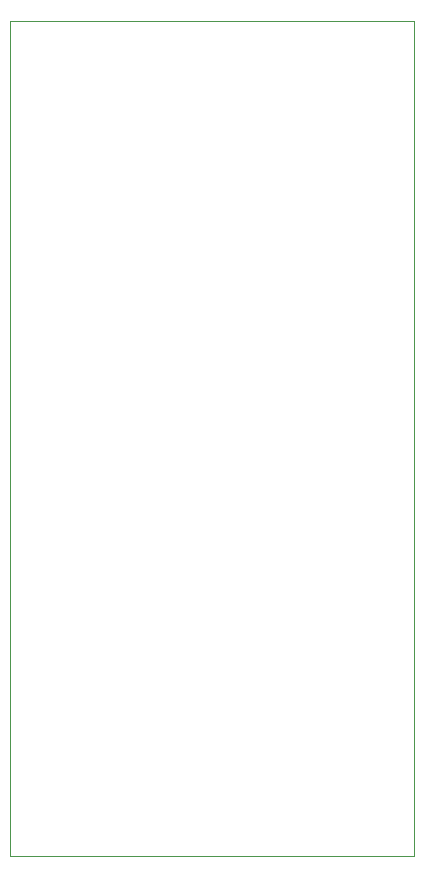
<source format=gm1>
%TF.GenerationSoftware,KiCad,Pcbnew,9.0.6*%
%TF.CreationDate,2025-12-14T22:48:59+01:00*%
%TF.ProjectId,ledBrain,6c656442-7261-4696-9e2e-6b696361645f,rev?*%
%TF.SameCoordinates,Original*%
%TF.FileFunction,Profile,NP*%
%FSLAX46Y46*%
G04 Gerber Fmt 4.6, Leading zero omitted, Abs format (unit mm)*
G04 Created by KiCad (PCBNEW 9.0.6) date 2025-12-14 22:48:59*
%MOMM*%
%LPD*%
G01*
G04 APERTURE LIST*
%TA.AperFunction,Profile*%
%ADD10C,0.050000*%
%TD*%
G04 APERTURE END LIST*
D10*
X147000000Y-33400000D02*
X181200000Y-33400000D01*
X181200000Y-104100000D01*
X147000000Y-104100000D01*
X147000000Y-33400000D01*
M02*

</source>
